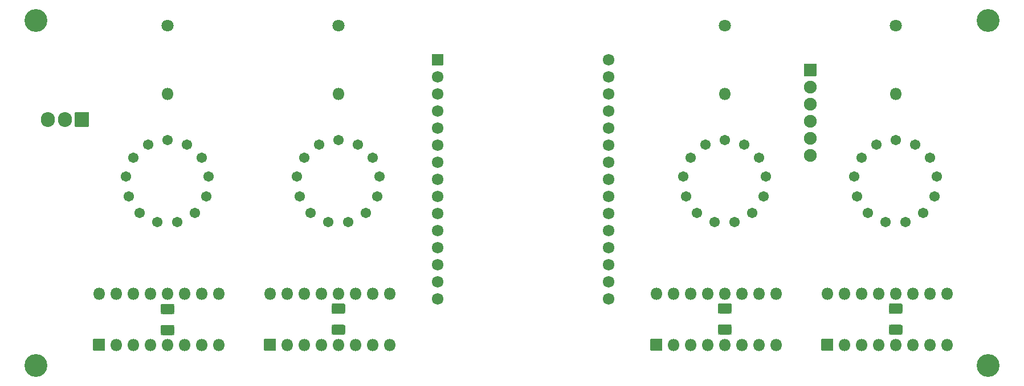
<source format=gts>
%TF.GenerationSoftware,KiCad,Pcbnew,(5.1.9-0-10_14)*%
%TF.CreationDate,2021-02-12T19:32:22+01:00*%
%TF.ProjectId,nixie_clock,6e697869-655f-4636-9c6f-636b2e6b6963,v01*%
%TF.SameCoordinates,Original*%
%TF.FileFunction,Soldermask,Top*%
%TF.FilePolarity,Negative*%
%FSLAX46Y46*%
G04 Gerber Fmt 4.6, Leading zero omitted, Abs format (unit mm)*
G04 Created by KiCad (PCBNEW (5.1.9-0-10_14)) date 2021-02-12 19:32:22*
%MOMM*%
%LPD*%
G01*
G04 APERTURE LIST*
%ADD10C,3.400000*%
%ADD11O,1.800000X1.800000*%
%ADD12C,1.800000*%
%ADD13C,1.546200*%
%ADD14O,2.105000X2.200000*%
%ADD15C,1.724000*%
%ADD16O,1.900000X1.900000*%
%ADD17C,0.150000*%
G04 APERTURE END LIST*
D10*
%TO.C,REF\u002A\u002A*%
X54356000Y-54356000D03*
%TD*%
%TO.C,REF\u002A\u002A*%
X195834000Y-54356000D03*
%TD*%
%TO.C,REF\u002A\u002A*%
X195834000Y-105664000D03*
%TD*%
%TO.C,REF\u002A\u002A*%
X54356000Y-105664000D03*
%TD*%
D11*
%TO.C,U4*%
X146558000Y-94996000D03*
X164338000Y-102616000D03*
X149098000Y-94996000D03*
X161798000Y-102616000D03*
X151638000Y-94996000D03*
X159258000Y-102616000D03*
X154178000Y-94996000D03*
X156718000Y-102616000D03*
X156718000Y-94996000D03*
X154178000Y-102616000D03*
X159258000Y-94996000D03*
X151638000Y-102616000D03*
X161798000Y-94996000D03*
X149098000Y-102616000D03*
X164338000Y-94996000D03*
G36*
G01*
X147358000Y-103516000D02*
X145758000Y-103516000D01*
G75*
G02*
X145658000Y-103416000I0J100000D01*
G01*
X145658000Y-101816000D01*
G75*
G02*
X145758000Y-101716000I100000J0D01*
G01*
X147358000Y-101716000D01*
G75*
G02*
X147458000Y-101816000I0J-100000D01*
G01*
X147458000Y-103416000D01*
G75*
G02*
X147358000Y-103516000I-100000J0D01*
G01*
G37*
%TD*%
%TO.C,R2*%
X182118000Y-65278000D03*
D12*
X182118000Y-55118000D03*
%TD*%
D13*
%TO.C,N2*%
X179242720Y-72844660D03*
X184993280Y-72844660D03*
X182118000Y-72136000D03*
X188262260Y-77579220D03*
X187904120Y-80518000D03*
X186222640Y-82956400D03*
X183598820Y-84333080D03*
X180637180Y-84333080D03*
X178013360Y-82956400D03*
X176331880Y-80518000D03*
X175973740Y-77579220D03*
X177025300Y-74808080D03*
X187210700Y-74808080D03*
%TD*%
%TO.C,N3*%
X79006700Y-74808080D03*
X68821300Y-74808080D03*
X67769740Y-77579220D03*
X68127880Y-80518000D03*
X69809360Y-82956400D03*
X72433180Y-84333080D03*
X75394820Y-84333080D03*
X78018640Y-82956400D03*
X79700120Y-80518000D03*
X80058260Y-77579220D03*
X73914000Y-72136000D03*
X76789280Y-72844660D03*
X71038720Y-72844660D03*
%TD*%
%TO.C,N4*%
X96438720Y-72844660D03*
X102189280Y-72844660D03*
X99314000Y-72136000D03*
X105458260Y-77579220D03*
X105100120Y-80518000D03*
X103418640Y-82956400D03*
X100794820Y-84333080D03*
X97833180Y-84333080D03*
X95209360Y-82956400D03*
X93527880Y-80518000D03*
X93169740Y-77579220D03*
X94221300Y-74808080D03*
X104406700Y-74808080D03*
%TD*%
D11*
%TO.C,R1*%
X156718000Y-65278000D03*
D12*
X156718000Y-55118000D03*
%TD*%
%TO.C,R3*%
X73914000Y-55118000D03*
D11*
X73914000Y-65278000D03*
%TD*%
D12*
%TO.C,R4*%
X99314000Y-55118000D03*
D11*
X99314000Y-65278000D03*
%TD*%
D14*
%TO.C,U1*%
X56134000Y-69088000D03*
X58674000Y-69088000D03*
G36*
G01*
X62266500Y-68088000D02*
X62266500Y-70088000D01*
G75*
G02*
X62166500Y-70188000I-100000J0D01*
G01*
X60261500Y-70188000D01*
G75*
G02*
X60161500Y-70088000I0J100000D01*
G01*
X60161500Y-68088000D01*
G75*
G02*
X60261500Y-67988000I100000J0D01*
G01*
X62166500Y-67988000D01*
G75*
G02*
X62266500Y-68088000I0J-100000D01*
G01*
G37*
%TD*%
D15*
%TO.C,U2*%
X139446000Y-60198000D03*
X139446000Y-62738000D03*
X139446000Y-65278000D03*
X139446000Y-67818000D03*
X139446000Y-70358000D03*
X139446000Y-72898000D03*
X139446000Y-75438000D03*
X139446000Y-77978000D03*
X139446000Y-80518000D03*
X139446000Y-83058000D03*
X139446000Y-85598000D03*
X139446000Y-88138000D03*
X139446000Y-90678000D03*
X139446000Y-93218000D03*
X139446000Y-95758000D03*
X114046000Y-95758000D03*
X114046000Y-93218000D03*
X114046000Y-90678000D03*
X114046000Y-88138000D03*
X114046000Y-85598000D03*
X114046000Y-83058000D03*
X114046000Y-80518000D03*
X114046000Y-77978000D03*
X114046000Y-75438000D03*
X114046000Y-72898000D03*
X114046000Y-70358000D03*
X114046000Y-67818000D03*
X114046000Y-65278000D03*
X114046000Y-62738000D03*
G36*
G01*
X113184000Y-60960000D02*
X113184000Y-59436000D01*
G75*
G02*
X113284000Y-59336000I100000J0D01*
G01*
X114808000Y-59336000D01*
G75*
G02*
X114908000Y-59436000I0J-100000D01*
G01*
X114908000Y-60960000D01*
G75*
G02*
X114808000Y-61060000I-100000J0D01*
G01*
X113284000Y-61060000D01*
G75*
G02*
X113184000Y-60960000I0J100000D01*
G01*
G37*
%TD*%
%TO.C,U5*%
G36*
G01*
X172758000Y-103516000D02*
X171158000Y-103516000D01*
G75*
G02*
X171058000Y-103416000I0J100000D01*
G01*
X171058000Y-101816000D01*
G75*
G02*
X171158000Y-101716000I100000J0D01*
G01*
X172758000Y-101716000D01*
G75*
G02*
X172858000Y-101816000I0J-100000D01*
G01*
X172858000Y-103416000D01*
G75*
G02*
X172758000Y-103516000I-100000J0D01*
G01*
G37*
D11*
X189738000Y-94996000D03*
X174498000Y-102616000D03*
X187198000Y-94996000D03*
X177038000Y-102616000D03*
X184658000Y-94996000D03*
X179578000Y-102616000D03*
X182118000Y-94996000D03*
X182118000Y-102616000D03*
X179578000Y-94996000D03*
X184658000Y-102616000D03*
X177038000Y-94996000D03*
X187198000Y-102616000D03*
X174498000Y-94996000D03*
X189738000Y-102616000D03*
X171958000Y-94996000D03*
%TD*%
%TO.C,U6*%
X63754000Y-94996000D03*
X81534000Y-102616000D03*
X66294000Y-94996000D03*
X78994000Y-102616000D03*
X68834000Y-94996000D03*
X76454000Y-102616000D03*
X71374000Y-94996000D03*
X73914000Y-102616000D03*
X73914000Y-94996000D03*
X71374000Y-102616000D03*
X76454000Y-94996000D03*
X68834000Y-102616000D03*
X78994000Y-94996000D03*
X66294000Y-102616000D03*
X81534000Y-94996000D03*
G36*
G01*
X64554000Y-103516000D02*
X62954000Y-103516000D01*
G75*
G02*
X62854000Y-103416000I0J100000D01*
G01*
X62854000Y-101816000D01*
G75*
G02*
X62954000Y-101716000I100000J0D01*
G01*
X64554000Y-101716000D01*
G75*
G02*
X64654000Y-101816000I0J-100000D01*
G01*
X64654000Y-103416000D01*
G75*
G02*
X64554000Y-103516000I-100000J0D01*
G01*
G37*
%TD*%
%TO.C,U7*%
G36*
G01*
X89954000Y-103516000D02*
X88354000Y-103516000D01*
G75*
G02*
X88254000Y-103416000I0J100000D01*
G01*
X88254000Y-101816000D01*
G75*
G02*
X88354000Y-101716000I100000J0D01*
G01*
X89954000Y-101716000D01*
G75*
G02*
X90054000Y-101816000I0J-100000D01*
G01*
X90054000Y-103416000D01*
G75*
G02*
X89954000Y-103516000I-100000J0D01*
G01*
G37*
X106934000Y-94996000D03*
X91694000Y-102616000D03*
X104394000Y-94996000D03*
X94234000Y-102616000D03*
X101854000Y-94996000D03*
X96774000Y-102616000D03*
X99314000Y-94996000D03*
X99314000Y-102616000D03*
X96774000Y-94996000D03*
X101854000Y-102616000D03*
X94234000Y-94996000D03*
X104394000Y-102616000D03*
X91694000Y-94996000D03*
X106934000Y-102616000D03*
X89154000Y-94996000D03*
%TD*%
D13*
%TO.C,N1*%
X153842720Y-72844660D03*
X159593280Y-72844660D03*
X156718000Y-72136000D03*
X162862260Y-77579220D03*
X162504120Y-80518000D03*
X160822640Y-82956400D03*
X158198820Y-84333080D03*
X155237180Y-84333080D03*
X152613360Y-82956400D03*
X150931880Y-80518000D03*
X150573740Y-77579220D03*
X151625300Y-74808080D03*
X161810700Y-74808080D03*
%TD*%
%TO.C,C3*%
G36*
G01*
X74626267Y-101169500D02*
X73201733Y-101169500D01*
G75*
G02*
X72914000Y-100881767I0J287733D01*
G01*
X72914000Y-99932233D01*
G75*
G02*
X73201733Y-99644500I287733J0D01*
G01*
X74626267Y-99644500D01*
G75*
G02*
X74914000Y-99932233I0J-287733D01*
G01*
X74914000Y-100881767D01*
G75*
G02*
X74626267Y-101169500I-287733J0D01*
G01*
G37*
G36*
G01*
X74626267Y-98044500D02*
X73201733Y-98044500D01*
G75*
G02*
X72914000Y-97756767I0J287733D01*
G01*
X72914000Y-96807233D01*
G75*
G02*
X73201733Y-96519500I287733J0D01*
G01*
X74626267Y-96519500D01*
G75*
G02*
X74914000Y-96807233I0J-287733D01*
G01*
X74914000Y-97756767D01*
G75*
G02*
X74626267Y-98044500I-287733J0D01*
G01*
G37*
%TD*%
%TO.C,C4*%
G36*
G01*
X182830267Y-98006000D02*
X181405733Y-98006000D01*
G75*
G02*
X181118000Y-97718267I0J287733D01*
G01*
X181118000Y-96768733D01*
G75*
G02*
X181405733Y-96481000I287733J0D01*
G01*
X182830267Y-96481000D01*
G75*
G02*
X183118000Y-96768733I0J-287733D01*
G01*
X183118000Y-97718267D01*
G75*
G02*
X182830267Y-98006000I-287733J0D01*
G01*
G37*
G36*
G01*
X182830267Y-101131000D02*
X181405733Y-101131000D01*
G75*
G02*
X181118000Y-100843267I0J287733D01*
G01*
X181118000Y-99893733D01*
G75*
G02*
X181405733Y-99606000I287733J0D01*
G01*
X182830267Y-99606000D01*
G75*
G02*
X183118000Y-99893733I0J-287733D01*
G01*
X183118000Y-100843267D01*
G75*
G02*
X182830267Y-101131000I-287733J0D01*
G01*
G37*
%TD*%
%TO.C,C5*%
G36*
G01*
X100026267Y-101131000D02*
X98601733Y-101131000D01*
G75*
G02*
X98314000Y-100843267I0J287733D01*
G01*
X98314000Y-99893733D01*
G75*
G02*
X98601733Y-99606000I287733J0D01*
G01*
X100026267Y-99606000D01*
G75*
G02*
X100314000Y-99893733I0J-287733D01*
G01*
X100314000Y-100843267D01*
G75*
G02*
X100026267Y-101131000I-287733J0D01*
G01*
G37*
G36*
G01*
X100026267Y-98006000D02*
X98601733Y-98006000D01*
G75*
G02*
X98314000Y-97718267I0J287733D01*
G01*
X98314000Y-96768733D01*
G75*
G02*
X98601733Y-96481000I287733J0D01*
G01*
X100026267Y-96481000D01*
G75*
G02*
X100314000Y-96768733I0J-287733D01*
G01*
X100314000Y-97718267D01*
G75*
G02*
X100026267Y-98006000I-287733J0D01*
G01*
G37*
%TD*%
%TO.C,C6*%
G36*
G01*
X157430267Y-97967500D02*
X156005733Y-97967500D01*
G75*
G02*
X155718000Y-97679767I0J287733D01*
G01*
X155718000Y-96730233D01*
G75*
G02*
X156005733Y-96442500I287733J0D01*
G01*
X157430267Y-96442500D01*
G75*
G02*
X157718000Y-96730233I0J-287733D01*
G01*
X157718000Y-97679767D01*
G75*
G02*
X157430267Y-97967500I-287733J0D01*
G01*
G37*
G36*
G01*
X157430267Y-101092500D02*
X156005733Y-101092500D01*
G75*
G02*
X155718000Y-100804767I0J287733D01*
G01*
X155718000Y-99855233D01*
G75*
G02*
X156005733Y-99567500I287733J0D01*
G01*
X157430267Y-99567500D01*
G75*
G02*
X157718000Y-99855233I0J-287733D01*
G01*
X157718000Y-100804767D01*
G75*
G02*
X157430267Y-101092500I-287733J0D01*
G01*
G37*
%TD*%
%TO.C,U3*%
G36*
G01*
X168468000Y-62572000D02*
X168468000Y-60872000D01*
G75*
G02*
X168568000Y-60772000I100000J0D01*
G01*
X170268000Y-60772000D01*
G75*
G02*
X170368000Y-60872000I0J-100000D01*
G01*
X170368000Y-62572000D01*
G75*
G02*
X170268000Y-62672000I-100000J0D01*
G01*
X168568000Y-62672000D01*
G75*
G02*
X168468000Y-62572000I0J100000D01*
G01*
G37*
D16*
X169418000Y-64262000D03*
X169418000Y-66802000D03*
X169418000Y-69342000D03*
X169418000Y-71882000D03*
X169418000Y-74422000D03*
%TD*%
D17*
G36*
X72915990Y-100881571D02*
G01*
X72921499Y-100937506D01*
X72937759Y-100991109D01*
X72964163Y-101040507D01*
X72999696Y-101083804D01*
X73042993Y-101119337D01*
X73092391Y-101145741D01*
X73145994Y-101162001D01*
X73201929Y-101167510D01*
X73203555Y-101168675D01*
X73203359Y-101170665D01*
X73201733Y-101171500D01*
X73115708Y-101171500D01*
X73115512Y-101171490D01*
X73070368Y-101167044D01*
X73069983Y-101166968D01*
X73033662Y-101155950D01*
X73033300Y-101155800D01*
X72999830Y-101137910D01*
X72999504Y-101137692D01*
X72970164Y-101113613D01*
X72969887Y-101113336D01*
X72945808Y-101083996D01*
X72945590Y-101083670D01*
X72927700Y-101050200D01*
X72927550Y-101049838D01*
X72916532Y-101013517D01*
X72916456Y-101013132D01*
X72912010Y-100967988D01*
X72912000Y-100967792D01*
X72912000Y-100881767D01*
X72913000Y-100880035D01*
X72915000Y-100880035D01*
X72915990Y-100881571D01*
G37*
G36*
X74915165Y-100880141D02*
G01*
X74916000Y-100881767D01*
X74916000Y-100967792D01*
X74915990Y-100967988D01*
X74911544Y-101013132D01*
X74911468Y-101013517D01*
X74900450Y-101049838D01*
X74900300Y-101050200D01*
X74882410Y-101083670D01*
X74882192Y-101083996D01*
X74858113Y-101113336D01*
X74857836Y-101113613D01*
X74828496Y-101137692D01*
X74828170Y-101137910D01*
X74794700Y-101155800D01*
X74794338Y-101155950D01*
X74758017Y-101166968D01*
X74757632Y-101167044D01*
X74712488Y-101171490D01*
X74712292Y-101171500D01*
X74626267Y-101171500D01*
X74624535Y-101170500D01*
X74624535Y-101168500D01*
X74626071Y-101167510D01*
X74682006Y-101162001D01*
X74735609Y-101145741D01*
X74785007Y-101119337D01*
X74828304Y-101083804D01*
X74863837Y-101040507D01*
X74890241Y-100991109D01*
X74906501Y-100937506D01*
X74912010Y-100881571D01*
X74913175Y-100879945D01*
X74915165Y-100880141D01*
G37*
G36*
X98315990Y-100843071D02*
G01*
X98321499Y-100899006D01*
X98337759Y-100952609D01*
X98364163Y-101002007D01*
X98399696Y-101045304D01*
X98442993Y-101080837D01*
X98492391Y-101107241D01*
X98545994Y-101123501D01*
X98601929Y-101129010D01*
X98603555Y-101130175D01*
X98603359Y-101132165D01*
X98601733Y-101133000D01*
X98515708Y-101133000D01*
X98515512Y-101132990D01*
X98470368Y-101128544D01*
X98469983Y-101128468D01*
X98433662Y-101117450D01*
X98433300Y-101117300D01*
X98399830Y-101099410D01*
X98399504Y-101099192D01*
X98370164Y-101075113D01*
X98369887Y-101074836D01*
X98345808Y-101045496D01*
X98345590Y-101045170D01*
X98327700Y-101011700D01*
X98327550Y-101011338D01*
X98316532Y-100975017D01*
X98316456Y-100974632D01*
X98312010Y-100929488D01*
X98312000Y-100929292D01*
X98312000Y-100843267D01*
X98313000Y-100841535D01*
X98315000Y-100841535D01*
X98315990Y-100843071D01*
G37*
G36*
X183119165Y-100841641D02*
G01*
X183120000Y-100843267D01*
X183120000Y-100929292D01*
X183119990Y-100929488D01*
X183115544Y-100974632D01*
X183115468Y-100975017D01*
X183104450Y-101011338D01*
X183104300Y-101011700D01*
X183086410Y-101045170D01*
X183086192Y-101045496D01*
X183062113Y-101074836D01*
X183061836Y-101075113D01*
X183032496Y-101099192D01*
X183032170Y-101099410D01*
X182998700Y-101117300D01*
X182998338Y-101117450D01*
X182962017Y-101128468D01*
X182961632Y-101128544D01*
X182916488Y-101132990D01*
X182916292Y-101133000D01*
X182830267Y-101133000D01*
X182828535Y-101132000D01*
X182828535Y-101130000D01*
X182830071Y-101129010D01*
X182886006Y-101123501D01*
X182939609Y-101107241D01*
X182989007Y-101080837D01*
X183032304Y-101045304D01*
X183067837Y-101002007D01*
X183094241Y-100952609D01*
X183110501Y-100899006D01*
X183116010Y-100843071D01*
X183117175Y-100841445D01*
X183119165Y-100841641D01*
G37*
G36*
X181119990Y-100843071D02*
G01*
X181125499Y-100899006D01*
X181141759Y-100952609D01*
X181168163Y-101002007D01*
X181203696Y-101045304D01*
X181246993Y-101080837D01*
X181296391Y-101107241D01*
X181349994Y-101123501D01*
X181405929Y-101129010D01*
X181407555Y-101130175D01*
X181407359Y-101132165D01*
X181405733Y-101133000D01*
X181319708Y-101133000D01*
X181319512Y-101132990D01*
X181274368Y-101128544D01*
X181273983Y-101128468D01*
X181237662Y-101117450D01*
X181237300Y-101117300D01*
X181203830Y-101099410D01*
X181203504Y-101099192D01*
X181174164Y-101075113D01*
X181173887Y-101074836D01*
X181149808Y-101045496D01*
X181149590Y-101045170D01*
X181131700Y-101011700D01*
X181131550Y-101011338D01*
X181120532Y-100975017D01*
X181120456Y-100974632D01*
X181116010Y-100929488D01*
X181116000Y-100929292D01*
X181116000Y-100843267D01*
X181117000Y-100841535D01*
X181119000Y-100841535D01*
X181119990Y-100843071D01*
G37*
G36*
X100315165Y-100841641D02*
G01*
X100316000Y-100843267D01*
X100316000Y-100929292D01*
X100315990Y-100929488D01*
X100311544Y-100974632D01*
X100311468Y-100975017D01*
X100300450Y-101011338D01*
X100300300Y-101011700D01*
X100282410Y-101045170D01*
X100282192Y-101045496D01*
X100258113Y-101074836D01*
X100257836Y-101075113D01*
X100228496Y-101099192D01*
X100228170Y-101099410D01*
X100194700Y-101117300D01*
X100194338Y-101117450D01*
X100158017Y-101128468D01*
X100157632Y-101128544D01*
X100112488Y-101132990D01*
X100112292Y-101133000D01*
X100026267Y-101133000D01*
X100024535Y-101132000D01*
X100024535Y-101130000D01*
X100026071Y-101129010D01*
X100082006Y-101123501D01*
X100135609Y-101107241D01*
X100185007Y-101080837D01*
X100228304Y-101045304D01*
X100263837Y-101002007D01*
X100290241Y-100952609D01*
X100306501Y-100899006D01*
X100312010Y-100843071D01*
X100313175Y-100841445D01*
X100315165Y-100841641D01*
G37*
G36*
X157719165Y-100803141D02*
G01*
X157720000Y-100804767D01*
X157720000Y-100890792D01*
X157719990Y-100890988D01*
X157715544Y-100936132D01*
X157715468Y-100936517D01*
X157704450Y-100972838D01*
X157704300Y-100973200D01*
X157686410Y-101006670D01*
X157686192Y-101006996D01*
X157662113Y-101036336D01*
X157661836Y-101036613D01*
X157632496Y-101060692D01*
X157632170Y-101060910D01*
X157598700Y-101078800D01*
X157598338Y-101078950D01*
X157562017Y-101089968D01*
X157561632Y-101090044D01*
X157516488Y-101094490D01*
X157516292Y-101094500D01*
X157430267Y-101094500D01*
X157428535Y-101093500D01*
X157428535Y-101091500D01*
X157430071Y-101090510D01*
X157486006Y-101085001D01*
X157539609Y-101068741D01*
X157589007Y-101042337D01*
X157632304Y-101006804D01*
X157667837Y-100963507D01*
X157694241Y-100914109D01*
X157710501Y-100860506D01*
X157716010Y-100804571D01*
X157717175Y-100802945D01*
X157719165Y-100803141D01*
G37*
G36*
X155719990Y-100804571D02*
G01*
X155725499Y-100860506D01*
X155741759Y-100914109D01*
X155768163Y-100963507D01*
X155803696Y-101006804D01*
X155846993Y-101042337D01*
X155896391Y-101068741D01*
X155949994Y-101085001D01*
X156005929Y-101090510D01*
X156007555Y-101091675D01*
X156007359Y-101093665D01*
X156005733Y-101094500D01*
X155919708Y-101094500D01*
X155919512Y-101094490D01*
X155874368Y-101090044D01*
X155873983Y-101089968D01*
X155837662Y-101078950D01*
X155837300Y-101078800D01*
X155803830Y-101060910D01*
X155803504Y-101060692D01*
X155774164Y-101036613D01*
X155773887Y-101036336D01*
X155749808Y-101006996D01*
X155749590Y-101006670D01*
X155731700Y-100973200D01*
X155731550Y-100972838D01*
X155720532Y-100936517D01*
X155720456Y-100936132D01*
X155716010Y-100890988D01*
X155716000Y-100890792D01*
X155716000Y-100804767D01*
X155717000Y-100803035D01*
X155719000Y-100803035D01*
X155719990Y-100804571D01*
G37*
G36*
X73203465Y-99643500D02*
G01*
X73203465Y-99645500D01*
X73201929Y-99646490D01*
X73145994Y-99651999D01*
X73092391Y-99668259D01*
X73042993Y-99694663D01*
X72999696Y-99730196D01*
X72964163Y-99773493D01*
X72937759Y-99822891D01*
X72921499Y-99876494D01*
X72915990Y-99932429D01*
X72914825Y-99934055D01*
X72912835Y-99933859D01*
X72912000Y-99932233D01*
X72912000Y-99846208D01*
X72912010Y-99846012D01*
X72916456Y-99800868D01*
X72916532Y-99800483D01*
X72927550Y-99764162D01*
X72927700Y-99763800D01*
X72945590Y-99730330D01*
X72945808Y-99730004D01*
X72969887Y-99700664D01*
X72970164Y-99700387D01*
X72999504Y-99676308D01*
X72999830Y-99676090D01*
X73033300Y-99658200D01*
X73033662Y-99658050D01*
X73069983Y-99647032D01*
X73070368Y-99646956D01*
X73115512Y-99642510D01*
X73115708Y-99642500D01*
X73201733Y-99642500D01*
X73203465Y-99643500D01*
G37*
G36*
X74712488Y-99642510D02*
G01*
X74757632Y-99646956D01*
X74758017Y-99647032D01*
X74794338Y-99658050D01*
X74794700Y-99658200D01*
X74828170Y-99676090D01*
X74828496Y-99676308D01*
X74857836Y-99700387D01*
X74858113Y-99700664D01*
X74882192Y-99730004D01*
X74882410Y-99730330D01*
X74900300Y-99763800D01*
X74900450Y-99764162D01*
X74911468Y-99800483D01*
X74911544Y-99800868D01*
X74915990Y-99846012D01*
X74916000Y-99846208D01*
X74916000Y-99932233D01*
X74915000Y-99933965D01*
X74913000Y-99933965D01*
X74912010Y-99932429D01*
X74906501Y-99876494D01*
X74890241Y-99822891D01*
X74863837Y-99773493D01*
X74828304Y-99730196D01*
X74785007Y-99694663D01*
X74735609Y-99668259D01*
X74682006Y-99651999D01*
X74626071Y-99646490D01*
X74624445Y-99645325D01*
X74624641Y-99643335D01*
X74626267Y-99642500D01*
X74712292Y-99642500D01*
X74712488Y-99642510D01*
G37*
G36*
X98603465Y-99605000D02*
G01*
X98603465Y-99607000D01*
X98601929Y-99607990D01*
X98545994Y-99613499D01*
X98492391Y-99629759D01*
X98442993Y-99656163D01*
X98399696Y-99691696D01*
X98364163Y-99734993D01*
X98337759Y-99784391D01*
X98321499Y-99837994D01*
X98315990Y-99893929D01*
X98314825Y-99895555D01*
X98312835Y-99895359D01*
X98312000Y-99893733D01*
X98312000Y-99807708D01*
X98312010Y-99807512D01*
X98316456Y-99762368D01*
X98316532Y-99761983D01*
X98327550Y-99725662D01*
X98327700Y-99725300D01*
X98345590Y-99691830D01*
X98345808Y-99691504D01*
X98369887Y-99662164D01*
X98370164Y-99661887D01*
X98399504Y-99637808D01*
X98399830Y-99637590D01*
X98433300Y-99619700D01*
X98433662Y-99619550D01*
X98469983Y-99608532D01*
X98470368Y-99608456D01*
X98515512Y-99604010D01*
X98515708Y-99604000D01*
X98601733Y-99604000D01*
X98603465Y-99605000D01*
G37*
G36*
X181407465Y-99605000D02*
G01*
X181407465Y-99607000D01*
X181405929Y-99607990D01*
X181349994Y-99613499D01*
X181296391Y-99629759D01*
X181246993Y-99656163D01*
X181203696Y-99691696D01*
X181168163Y-99734993D01*
X181141759Y-99784391D01*
X181125499Y-99837994D01*
X181119990Y-99893929D01*
X181118825Y-99895555D01*
X181116835Y-99895359D01*
X181116000Y-99893733D01*
X181116000Y-99807708D01*
X181116010Y-99807512D01*
X181120456Y-99762368D01*
X181120532Y-99761983D01*
X181131550Y-99725662D01*
X181131700Y-99725300D01*
X181149590Y-99691830D01*
X181149808Y-99691504D01*
X181173887Y-99662164D01*
X181174164Y-99661887D01*
X181203504Y-99637808D01*
X181203830Y-99637590D01*
X181237300Y-99619700D01*
X181237662Y-99619550D01*
X181273983Y-99608532D01*
X181274368Y-99608456D01*
X181319512Y-99604010D01*
X181319708Y-99604000D01*
X181405733Y-99604000D01*
X181407465Y-99605000D01*
G37*
G36*
X100112488Y-99604010D02*
G01*
X100157632Y-99608456D01*
X100158017Y-99608532D01*
X100194338Y-99619550D01*
X100194700Y-99619700D01*
X100228170Y-99637590D01*
X100228496Y-99637808D01*
X100257836Y-99661887D01*
X100258113Y-99662164D01*
X100282192Y-99691504D01*
X100282410Y-99691830D01*
X100300300Y-99725300D01*
X100300450Y-99725662D01*
X100311468Y-99761983D01*
X100311544Y-99762368D01*
X100315990Y-99807512D01*
X100316000Y-99807708D01*
X100316000Y-99893733D01*
X100315000Y-99895465D01*
X100313000Y-99895465D01*
X100312010Y-99893929D01*
X100306501Y-99837994D01*
X100290241Y-99784391D01*
X100263837Y-99734993D01*
X100228304Y-99691696D01*
X100185007Y-99656163D01*
X100135609Y-99629759D01*
X100082006Y-99613499D01*
X100026071Y-99607990D01*
X100024445Y-99606825D01*
X100024641Y-99604835D01*
X100026267Y-99604000D01*
X100112292Y-99604000D01*
X100112488Y-99604010D01*
G37*
G36*
X182916488Y-99604010D02*
G01*
X182961632Y-99608456D01*
X182962017Y-99608532D01*
X182998338Y-99619550D01*
X182998700Y-99619700D01*
X183032170Y-99637590D01*
X183032496Y-99637808D01*
X183061836Y-99661887D01*
X183062113Y-99662164D01*
X183086192Y-99691504D01*
X183086410Y-99691830D01*
X183104300Y-99725300D01*
X183104450Y-99725662D01*
X183115468Y-99761983D01*
X183115544Y-99762368D01*
X183119990Y-99807512D01*
X183120000Y-99807708D01*
X183120000Y-99893733D01*
X183119000Y-99895465D01*
X183117000Y-99895465D01*
X183116010Y-99893929D01*
X183110501Y-99837994D01*
X183094241Y-99784391D01*
X183067837Y-99734993D01*
X183032304Y-99691696D01*
X182989007Y-99656163D01*
X182939609Y-99629759D01*
X182886006Y-99613499D01*
X182830071Y-99607990D01*
X182828445Y-99606825D01*
X182828641Y-99604835D01*
X182830267Y-99604000D01*
X182916292Y-99604000D01*
X182916488Y-99604010D01*
G37*
G36*
X156007465Y-99566500D02*
G01*
X156007465Y-99568500D01*
X156005929Y-99569490D01*
X155949994Y-99574999D01*
X155896391Y-99591259D01*
X155846993Y-99617663D01*
X155803696Y-99653196D01*
X155768163Y-99696493D01*
X155741759Y-99745891D01*
X155725499Y-99799494D01*
X155719990Y-99855429D01*
X155718825Y-99857055D01*
X155716835Y-99856859D01*
X155716000Y-99855233D01*
X155716000Y-99769208D01*
X155716010Y-99769012D01*
X155720456Y-99723868D01*
X155720532Y-99723483D01*
X155731550Y-99687162D01*
X155731700Y-99686800D01*
X155749590Y-99653330D01*
X155749808Y-99653004D01*
X155773887Y-99623664D01*
X155774164Y-99623387D01*
X155803504Y-99599308D01*
X155803830Y-99599090D01*
X155837300Y-99581200D01*
X155837662Y-99581050D01*
X155873983Y-99570032D01*
X155874368Y-99569956D01*
X155919512Y-99565510D01*
X155919708Y-99565500D01*
X156005733Y-99565500D01*
X156007465Y-99566500D01*
G37*
G36*
X157516488Y-99565510D02*
G01*
X157561632Y-99569956D01*
X157562017Y-99570032D01*
X157598338Y-99581050D01*
X157598700Y-99581200D01*
X157632170Y-99599090D01*
X157632496Y-99599308D01*
X157661836Y-99623387D01*
X157662113Y-99623664D01*
X157686192Y-99653004D01*
X157686410Y-99653330D01*
X157704300Y-99686800D01*
X157704450Y-99687162D01*
X157715468Y-99723483D01*
X157715544Y-99723868D01*
X157719990Y-99769012D01*
X157720000Y-99769208D01*
X157720000Y-99855233D01*
X157719000Y-99856965D01*
X157717000Y-99856965D01*
X157716010Y-99855429D01*
X157710501Y-99799494D01*
X157694241Y-99745891D01*
X157667837Y-99696493D01*
X157632304Y-99653196D01*
X157589007Y-99617663D01*
X157539609Y-99591259D01*
X157486006Y-99574999D01*
X157430071Y-99569490D01*
X157428445Y-99568325D01*
X157428641Y-99566335D01*
X157430267Y-99565500D01*
X157516292Y-99565500D01*
X157516488Y-99565510D01*
G37*
G36*
X74915165Y-97755141D02*
G01*
X74916000Y-97756767D01*
X74916000Y-97842792D01*
X74915990Y-97842988D01*
X74911544Y-97888132D01*
X74911468Y-97888517D01*
X74900450Y-97924838D01*
X74900300Y-97925200D01*
X74882410Y-97958670D01*
X74882192Y-97958996D01*
X74858113Y-97988336D01*
X74857836Y-97988613D01*
X74828496Y-98012692D01*
X74828170Y-98012910D01*
X74794700Y-98030800D01*
X74794338Y-98030950D01*
X74758017Y-98041968D01*
X74757632Y-98042044D01*
X74712488Y-98046490D01*
X74712292Y-98046500D01*
X74626267Y-98046500D01*
X74624535Y-98045500D01*
X74624535Y-98043500D01*
X74626071Y-98042510D01*
X74682006Y-98037001D01*
X74735609Y-98020741D01*
X74785007Y-97994337D01*
X74828304Y-97958804D01*
X74863837Y-97915507D01*
X74890241Y-97866109D01*
X74906501Y-97812506D01*
X74912010Y-97756571D01*
X74913175Y-97754945D01*
X74915165Y-97755141D01*
G37*
G36*
X72915990Y-97756571D02*
G01*
X72921499Y-97812506D01*
X72937759Y-97866109D01*
X72964163Y-97915507D01*
X72999696Y-97958804D01*
X73042993Y-97994337D01*
X73092391Y-98020741D01*
X73145994Y-98037001D01*
X73201929Y-98042510D01*
X73203555Y-98043675D01*
X73203359Y-98045665D01*
X73201733Y-98046500D01*
X73115708Y-98046500D01*
X73115512Y-98046490D01*
X73070368Y-98042044D01*
X73069983Y-98041968D01*
X73033662Y-98030950D01*
X73033300Y-98030800D01*
X72999830Y-98012910D01*
X72999504Y-98012692D01*
X72970164Y-97988613D01*
X72969887Y-97988336D01*
X72945808Y-97958996D01*
X72945590Y-97958670D01*
X72927700Y-97925200D01*
X72927550Y-97924838D01*
X72916532Y-97888517D01*
X72916456Y-97888132D01*
X72912010Y-97842988D01*
X72912000Y-97842792D01*
X72912000Y-97756767D01*
X72913000Y-97755035D01*
X72915000Y-97755035D01*
X72915990Y-97756571D01*
G37*
G36*
X181119990Y-97718071D02*
G01*
X181125499Y-97774006D01*
X181141759Y-97827609D01*
X181168163Y-97877007D01*
X181203696Y-97920304D01*
X181246993Y-97955837D01*
X181296391Y-97982241D01*
X181349994Y-97998501D01*
X181405929Y-98004010D01*
X181407555Y-98005175D01*
X181407359Y-98007165D01*
X181405733Y-98008000D01*
X181319708Y-98008000D01*
X181319512Y-98007990D01*
X181274368Y-98003544D01*
X181273983Y-98003468D01*
X181237662Y-97992450D01*
X181237300Y-97992300D01*
X181203830Y-97974410D01*
X181203504Y-97974192D01*
X181174164Y-97950113D01*
X181173887Y-97949836D01*
X181149808Y-97920496D01*
X181149590Y-97920170D01*
X181131700Y-97886700D01*
X181131550Y-97886338D01*
X181120532Y-97850017D01*
X181120456Y-97849632D01*
X181116010Y-97804488D01*
X181116000Y-97804292D01*
X181116000Y-97718267D01*
X181117000Y-97716535D01*
X181119000Y-97716535D01*
X181119990Y-97718071D01*
G37*
G36*
X100315165Y-97716641D02*
G01*
X100316000Y-97718267D01*
X100316000Y-97804292D01*
X100315990Y-97804488D01*
X100311544Y-97849632D01*
X100311468Y-97850017D01*
X100300450Y-97886338D01*
X100300300Y-97886700D01*
X100282410Y-97920170D01*
X100282192Y-97920496D01*
X100258113Y-97949836D01*
X100257836Y-97950113D01*
X100228496Y-97974192D01*
X100228170Y-97974410D01*
X100194700Y-97992300D01*
X100194338Y-97992450D01*
X100158017Y-98003468D01*
X100157632Y-98003544D01*
X100112488Y-98007990D01*
X100112292Y-98008000D01*
X100026267Y-98008000D01*
X100024535Y-98007000D01*
X100024535Y-98005000D01*
X100026071Y-98004010D01*
X100082006Y-97998501D01*
X100135609Y-97982241D01*
X100185007Y-97955837D01*
X100228304Y-97920304D01*
X100263837Y-97877007D01*
X100290241Y-97827609D01*
X100306501Y-97774006D01*
X100312010Y-97718071D01*
X100313175Y-97716445D01*
X100315165Y-97716641D01*
G37*
G36*
X98315990Y-97718071D02*
G01*
X98321499Y-97774006D01*
X98337759Y-97827609D01*
X98364163Y-97877007D01*
X98399696Y-97920304D01*
X98442993Y-97955837D01*
X98492391Y-97982241D01*
X98545994Y-97998501D01*
X98601929Y-98004010D01*
X98603555Y-98005175D01*
X98603359Y-98007165D01*
X98601733Y-98008000D01*
X98515708Y-98008000D01*
X98515512Y-98007990D01*
X98470368Y-98003544D01*
X98469983Y-98003468D01*
X98433662Y-97992450D01*
X98433300Y-97992300D01*
X98399830Y-97974410D01*
X98399504Y-97974192D01*
X98370164Y-97950113D01*
X98369887Y-97949836D01*
X98345808Y-97920496D01*
X98345590Y-97920170D01*
X98327700Y-97886700D01*
X98327550Y-97886338D01*
X98316532Y-97850017D01*
X98316456Y-97849632D01*
X98312010Y-97804488D01*
X98312000Y-97804292D01*
X98312000Y-97718267D01*
X98313000Y-97716535D01*
X98315000Y-97716535D01*
X98315990Y-97718071D01*
G37*
G36*
X183119165Y-97716641D02*
G01*
X183120000Y-97718267D01*
X183120000Y-97804292D01*
X183119990Y-97804488D01*
X183115544Y-97849632D01*
X183115468Y-97850017D01*
X183104450Y-97886338D01*
X183104300Y-97886700D01*
X183086410Y-97920170D01*
X183086192Y-97920496D01*
X183062113Y-97949836D01*
X183061836Y-97950113D01*
X183032496Y-97974192D01*
X183032170Y-97974410D01*
X182998700Y-97992300D01*
X182998338Y-97992450D01*
X182962017Y-98003468D01*
X182961632Y-98003544D01*
X182916488Y-98007990D01*
X182916292Y-98008000D01*
X182830267Y-98008000D01*
X182828535Y-98007000D01*
X182828535Y-98005000D01*
X182830071Y-98004010D01*
X182886006Y-97998501D01*
X182939609Y-97982241D01*
X182989007Y-97955837D01*
X183032304Y-97920304D01*
X183067837Y-97877007D01*
X183094241Y-97827609D01*
X183110501Y-97774006D01*
X183116010Y-97718071D01*
X183117175Y-97716445D01*
X183119165Y-97716641D01*
G37*
G36*
X157719165Y-97678141D02*
G01*
X157720000Y-97679767D01*
X157720000Y-97765792D01*
X157719990Y-97765988D01*
X157715544Y-97811132D01*
X157715468Y-97811517D01*
X157704450Y-97847838D01*
X157704300Y-97848200D01*
X157686410Y-97881670D01*
X157686192Y-97881996D01*
X157662113Y-97911336D01*
X157661836Y-97911613D01*
X157632496Y-97935692D01*
X157632170Y-97935910D01*
X157598700Y-97953800D01*
X157598338Y-97953950D01*
X157562017Y-97964968D01*
X157561632Y-97965044D01*
X157516488Y-97969490D01*
X157516292Y-97969500D01*
X157430267Y-97969500D01*
X157428535Y-97968500D01*
X157428535Y-97966500D01*
X157430071Y-97965510D01*
X157486006Y-97960001D01*
X157539609Y-97943741D01*
X157589007Y-97917337D01*
X157632304Y-97881804D01*
X157667837Y-97838507D01*
X157694241Y-97789109D01*
X157710501Y-97735506D01*
X157716010Y-97679571D01*
X157717175Y-97677945D01*
X157719165Y-97678141D01*
G37*
G36*
X155719990Y-97679571D02*
G01*
X155725499Y-97735506D01*
X155741759Y-97789109D01*
X155768163Y-97838507D01*
X155803696Y-97881804D01*
X155846993Y-97917337D01*
X155896391Y-97943741D01*
X155949994Y-97960001D01*
X156005929Y-97965510D01*
X156007555Y-97966675D01*
X156007359Y-97968665D01*
X156005733Y-97969500D01*
X155919708Y-97969500D01*
X155919512Y-97969490D01*
X155874368Y-97965044D01*
X155873983Y-97964968D01*
X155837662Y-97953950D01*
X155837300Y-97953800D01*
X155803830Y-97935910D01*
X155803504Y-97935692D01*
X155774164Y-97911613D01*
X155773887Y-97911336D01*
X155749808Y-97881996D01*
X155749590Y-97881670D01*
X155731700Y-97848200D01*
X155731550Y-97847838D01*
X155720532Y-97811517D01*
X155720456Y-97811132D01*
X155716010Y-97765988D01*
X155716000Y-97765792D01*
X155716000Y-97679767D01*
X155717000Y-97678035D01*
X155719000Y-97678035D01*
X155719990Y-97679571D01*
G37*
G36*
X73203465Y-96518500D02*
G01*
X73203465Y-96520500D01*
X73201929Y-96521490D01*
X73145994Y-96526999D01*
X73092391Y-96543259D01*
X73042993Y-96569663D01*
X72999696Y-96605196D01*
X72964163Y-96648493D01*
X72937759Y-96697891D01*
X72921499Y-96751494D01*
X72915990Y-96807429D01*
X72914825Y-96809055D01*
X72912835Y-96808859D01*
X72912000Y-96807233D01*
X72912000Y-96721208D01*
X72912010Y-96721012D01*
X72916456Y-96675868D01*
X72916532Y-96675483D01*
X72927550Y-96639162D01*
X72927700Y-96638800D01*
X72945590Y-96605330D01*
X72945808Y-96605004D01*
X72969887Y-96575664D01*
X72970164Y-96575387D01*
X72999504Y-96551308D01*
X72999830Y-96551090D01*
X73033300Y-96533200D01*
X73033662Y-96533050D01*
X73069983Y-96522032D01*
X73070368Y-96521956D01*
X73115512Y-96517510D01*
X73115708Y-96517500D01*
X73201733Y-96517500D01*
X73203465Y-96518500D01*
G37*
G36*
X74712488Y-96517510D02*
G01*
X74757632Y-96521956D01*
X74758017Y-96522032D01*
X74794338Y-96533050D01*
X74794700Y-96533200D01*
X74828170Y-96551090D01*
X74828496Y-96551308D01*
X74857836Y-96575387D01*
X74858113Y-96575664D01*
X74882192Y-96605004D01*
X74882410Y-96605330D01*
X74900300Y-96638800D01*
X74900450Y-96639162D01*
X74911468Y-96675483D01*
X74911544Y-96675868D01*
X74915990Y-96721012D01*
X74916000Y-96721208D01*
X74916000Y-96807233D01*
X74915000Y-96808965D01*
X74913000Y-96808965D01*
X74912010Y-96807429D01*
X74906501Y-96751494D01*
X74890241Y-96697891D01*
X74863837Y-96648493D01*
X74828304Y-96605196D01*
X74785007Y-96569663D01*
X74735609Y-96543259D01*
X74682006Y-96526999D01*
X74626071Y-96521490D01*
X74624445Y-96520325D01*
X74624641Y-96518335D01*
X74626267Y-96517500D01*
X74712292Y-96517500D01*
X74712488Y-96517510D01*
G37*
G36*
X98603465Y-96480000D02*
G01*
X98603465Y-96482000D01*
X98601929Y-96482990D01*
X98545994Y-96488499D01*
X98492391Y-96504759D01*
X98442993Y-96531163D01*
X98399696Y-96566696D01*
X98364163Y-96609993D01*
X98337759Y-96659391D01*
X98321499Y-96712994D01*
X98315990Y-96768929D01*
X98314825Y-96770555D01*
X98312835Y-96770359D01*
X98312000Y-96768733D01*
X98312000Y-96682708D01*
X98312010Y-96682512D01*
X98316456Y-96637368D01*
X98316532Y-96636983D01*
X98327550Y-96600662D01*
X98327700Y-96600300D01*
X98345590Y-96566830D01*
X98345808Y-96566504D01*
X98369887Y-96537164D01*
X98370164Y-96536887D01*
X98399504Y-96512808D01*
X98399830Y-96512590D01*
X98433300Y-96494700D01*
X98433662Y-96494550D01*
X98469983Y-96483532D01*
X98470368Y-96483456D01*
X98515512Y-96479010D01*
X98515708Y-96479000D01*
X98601733Y-96479000D01*
X98603465Y-96480000D01*
G37*
G36*
X181407465Y-96480000D02*
G01*
X181407465Y-96482000D01*
X181405929Y-96482990D01*
X181349994Y-96488499D01*
X181296391Y-96504759D01*
X181246993Y-96531163D01*
X181203696Y-96566696D01*
X181168163Y-96609993D01*
X181141759Y-96659391D01*
X181125499Y-96712994D01*
X181119990Y-96768929D01*
X181118825Y-96770555D01*
X181116835Y-96770359D01*
X181116000Y-96768733D01*
X181116000Y-96682708D01*
X181116010Y-96682512D01*
X181120456Y-96637368D01*
X181120532Y-96636983D01*
X181131550Y-96600662D01*
X181131700Y-96600300D01*
X181149590Y-96566830D01*
X181149808Y-96566504D01*
X181173887Y-96537164D01*
X181174164Y-96536887D01*
X181203504Y-96512808D01*
X181203830Y-96512590D01*
X181237300Y-96494700D01*
X181237662Y-96494550D01*
X181273983Y-96483532D01*
X181274368Y-96483456D01*
X181319512Y-96479010D01*
X181319708Y-96479000D01*
X181405733Y-96479000D01*
X181407465Y-96480000D01*
G37*
G36*
X182916488Y-96479010D02*
G01*
X182961632Y-96483456D01*
X182962017Y-96483532D01*
X182998338Y-96494550D01*
X182998700Y-96494700D01*
X183032170Y-96512590D01*
X183032496Y-96512808D01*
X183061836Y-96536887D01*
X183062113Y-96537164D01*
X183086192Y-96566504D01*
X183086410Y-96566830D01*
X183104300Y-96600300D01*
X183104450Y-96600662D01*
X183115468Y-96636983D01*
X183115544Y-96637368D01*
X183119990Y-96682512D01*
X183120000Y-96682708D01*
X183120000Y-96768733D01*
X183119000Y-96770465D01*
X183117000Y-96770465D01*
X183116010Y-96768929D01*
X183110501Y-96712994D01*
X183094241Y-96659391D01*
X183067837Y-96609993D01*
X183032304Y-96566696D01*
X182989007Y-96531163D01*
X182939609Y-96504759D01*
X182886006Y-96488499D01*
X182830071Y-96482990D01*
X182828445Y-96481825D01*
X182828641Y-96479835D01*
X182830267Y-96479000D01*
X182916292Y-96479000D01*
X182916488Y-96479010D01*
G37*
G36*
X100112488Y-96479010D02*
G01*
X100157632Y-96483456D01*
X100158017Y-96483532D01*
X100194338Y-96494550D01*
X100194700Y-96494700D01*
X100228170Y-96512590D01*
X100228496Y-96512808D01*
X100257836Y-96536887D01*
X100258113Y-96537164D01*
X100282192Y-96566504D01*
X100282410Y-96566830D01*
X100300300Y-96600300D01*
X100300450Y-96600662D01*
X100311468Y-96636983D01*
X100311544Y-96637368D01*
X100315990Y-96682512D01*
X100316000Y-96682708D01*
X100316000Y-96768733D01*
X100315000Y-96770465D01*
X100313000Y-96770465D01*
X100312010Y-96768929D01*
X100306501Y-96712994D01*
X100290241Y-96659391D01*
X100263837Y-96609993D01*
X100228304Y-96566696D01*
X100185007Y-96531163D01*
X100135609Y-96504759D01*
X100082006Y-96488499D01*
X100026071Y-96482990D01*
X100024445Y-96481825D01*
X100024641Y-96479835D01*
X100026267Y-96479000D01*
X100112292Y-96479000D01*
X100112488Y-96479010D01*
G37*
G36*
X156007465Y-96441500D02*
G01*
X156007465Y-96443500D01*
X156005929Y-96444490D01*
X155949994Y-96449999D01*
X155896391Y-96466259D01*
X155846993Y-96492663D01*
X155803696Y-96528196D01*
X155768163Y-96571493D01*
X155741759Y-96620891D01*
X155725499Y-96674494D01*
X155719990Y-96730429D01*
X155718825Y-96732055D01*
X155716835Y-96731859D01*
X155716000Y-96730233D01*
X155716000Y-96644208D01*
X155716010Y-96644012D01*
X155720456Y-96598868D01*
X155720532Y-96598483D01*
X155731550Y-96562162D01*
X155731700Y-96561800D01*
X155749590Y-96528330D01*
X155749808Y-96528004D01*
X155773887Y-96498664D01*
X155774164Y-96498387D01*
X155803504Y-96474308D01*
X155803830Y-96474090D01*
X155837300Y-96456200D01*
X155837662Y-96456050D01*
X155873983Y-96445032D01*
X155874368Y-96444956D01*
X155919512Y-96440510D01*
X155919708Y-96440500D01*
X156005733Y-96440500D01*
X156007465Y-96441500D01*
G37*
G36*
X157516488Y-96440510D02*
G01*
X157561632Y-96444956D01*
X157562017Y-96445032D01*
X157598338Y-96456050D01*
X157598700Y-96456200D01*
X157632170Y-96474090D01*
X157632496Y-96474308D01*
X157661836Y-96498387D01*
X157662113Y-96498664D01*
X157686192Y-96528004D01*
X157686410Y-96528330D01*
X157704300Y-96561800D01*
X157704450Y-96562162D01*
X157715468Y-96598483D01*
X157715544Y-96598868D01*
X157719990Y-96644012D01*
X157720000Y-96644208D01*
X157720000Y-96730233D01*
X157719000Y-96731965D01*
X157717000Y-96731965D01*
X157716010Y-96730429D01*
X157710501Y-96674494D01*
X157694241Y-96620891D01*
X157667837Y-96571493D01*
X157632304Y-96528196D01*
X157589007Y-96492663D01*
X157539609Y-96466259D01*
X157486006Y-96449999D01*
X157430071Y-96444490D01*
X157428445Y-96443325D01*
X157428641Y-96441335D01*
X157430267Y-96440500D01*
X157516292Y-96440500D01*
X157516488Y-96440510D01*
G37*
M02*

</source>
